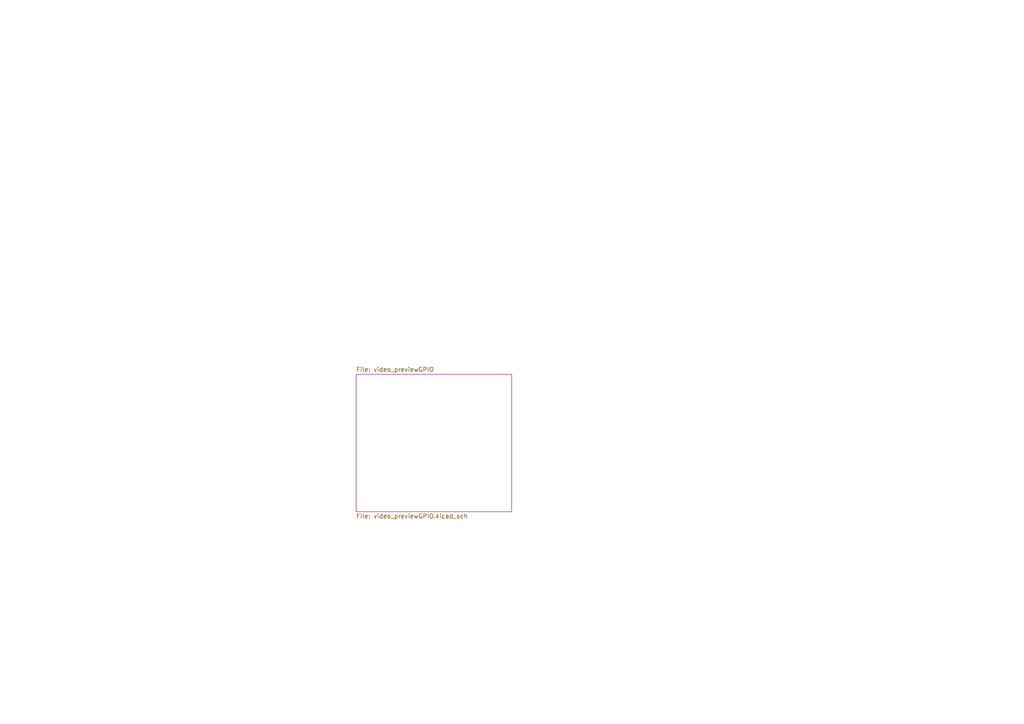
<source format=kicad_sch>
(kicad_sch (version 20201015) (generator eeschema)
  (page 1 2)
  (paper "A4")
  (lib_symbols)
  (sheet (at 103.2764 108.5596) (size 45.1104 39.878) (stroke (width 0.001) (color 132 0 132 1)) (fill (color 255 255 255 0.0000))
    (property "Nazwa arkusza" "video_previewGPIO" (at 103.2764 107.9237 0) (effects (justify left bottom)))
    (property "Sheet file" "video_previewGPIO.kicad_sch" (at 103.2764 148.9465 0) (effects (justify left top)))
  )
)
</source>
